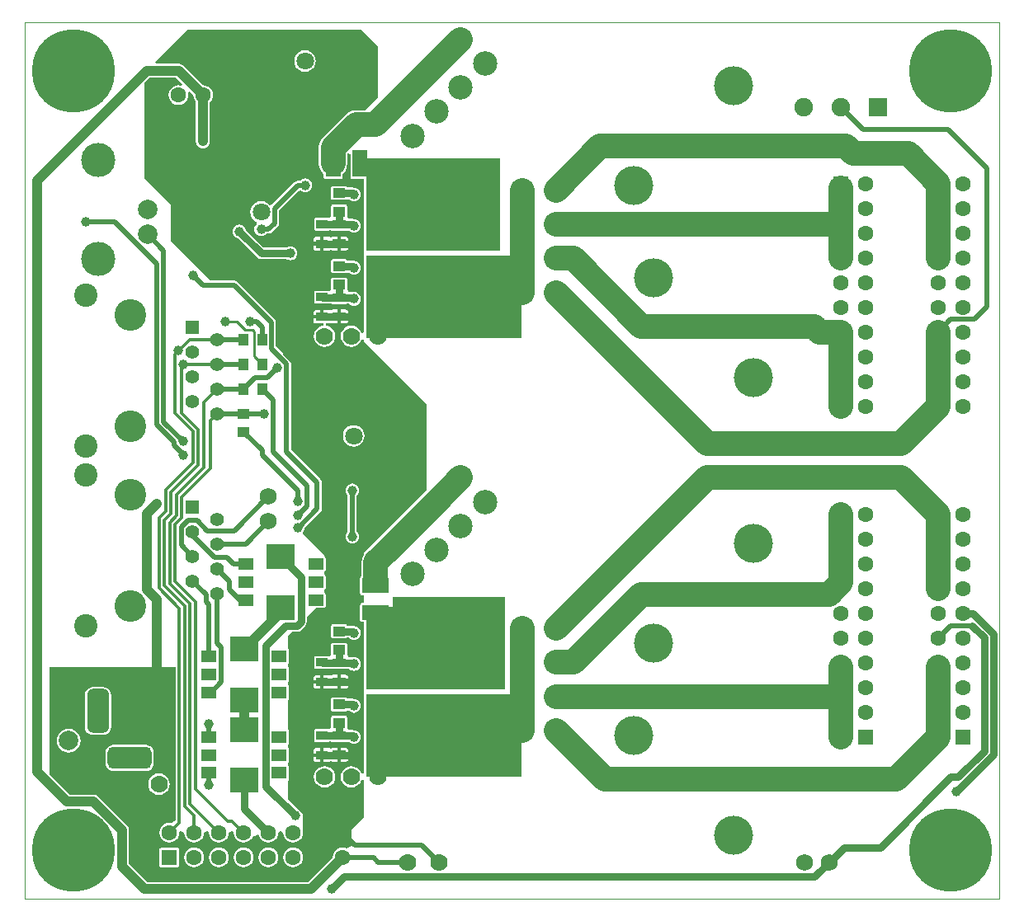
<source format=gtl>
G04 Layer_Physical_Order=1*
G04 Layer_Color=255*
%FSLAX25Y25*%
%MOIN*%
G70*
G01*
G75*
%ADD10R,0.05118X0.03937*%
%ADD11R,0.04921X0.03543*%
%ADD12R,0.03937X0.05118*%
%ADD13R,0.06299X0.04724*%
%ADD14R,0.11811X0.09842*%
%ADD15R,0.05315X0.03543*%
%ADD16R,0.06102X0.11024*%
%ADD17R,0.11024X0.06102*%
%ADD18C,0.02953*%
%ADD19C,0.01968*%
%ADD20C,0.01378*%
%ADD21C,0.03937*%
%ADD22C,0.09842*%
%ADD23C,0.00984*%
%ADD24R,0.45276X0.06890*%
%ADD25R,0.54134X0.37402*%
%ADD26R,0.62992X0.33465*%
%ADD27R,0.62992X0.33465*%
%ADD28R,0.56102X0.33465*%
%ADD29C,0.00394*%
%ADD30C,0.06890*%
%ADD31C,0.07000*%
%ADD32C,0.06299*%
%ADD33R,0.06299X0.06299*%
%ADD34C,0.07087*%
%ADD35C,0.15748*%
%ADD36C,0.07874*%
%ADD37C,0.12795*%
%ADD38C,0.09449*%
%ADD39C,0.05512*%
%ADD40R,0.05512X0.05512*%
%ADD41C,0.13780*%
%ADD42C,0.09842*%
G04:AMPARAMS|DCode=43|XSize=177.16mil|YSize=88.58mil|CornerRadius=22.15mil|HoleSize=0mil|Usage=FLASHONLY|Rotation=270.000|XOffset=0mil|YOffset=0mil|HoleType=Round|Shape=RoundedRectangle|*
%AMROUNDEDRECTD43*
21,1,0.17716,0.04429,0,0,270.0*
21,1,0.13287,0.08858,0,0,270.0*
1,1,0.04429,-0.02215,-0.06644*
1,1,0.04429,-0.02215,0.06644*
1,1,0.04429,0.02215,0.06644*
1,1,0.04429,0.02215,-0.06644*
%
%ADD43ROUNDEDRECTD43*%
G04:AMPARAMS|DCode=44|XSize=177.16mil|YSize=88.58mil|CornerRadius=22.15mil|HoleSize=0mil|Usage=FLASHONLY|Rotation=0.000|XOffset=0mil|YOffset=0mil|HoleType=Round|Shape=RoundedRectangle|*
%AMROUNDEDRECTD44*
21,1,0.17716,0.04429,0,0,0.0*
21,1,0.13287,0.08858,0,0,0.0*
1,1,0.04429,0.06644,-0.02215*
1,1,0.04429,-0.06644,-0.02215*
1,1,0.04429,-0.06644,0.02215*
1,1,0.04429,0.06644,0.02215*
%
%ADD44ROUNDEDRECTD44*%
G04:AMPARAMS|DCode=45|XSize=196.85mil|YSize=98.42mil|CornerRadius=24.61mil|HoleSize=0mil|Usage=FLASHONLY|Rotation=90.000|XOffset=0mil|YOffset=0mil|HoleType=Round|Shape=RoundedRectangle|*
%AMROUNDEDRECTD45*
21,1,0.19685,0.04921,0,0,90.0*
21,1,0.14764,0.09842,0,0,90.0*
1,1,0.04921,0.02461,0.07382*
1,1,0.04921,0.02461,-0.07382*
1,1,0.04921,-0.02461,-0.07382*
1,1,0.04921,-0.02461,0.07382*
%
%ADD45ROUNDEDRECTD45*%
%ADD46C,0.07480*%
%ADD47R,0.07480X0.07480*%
%ADD48R,0.06299X0.06299*%
%ADD49C,0.33465*%
%ADD50C,0.03937*%
%ADD51C,0.04000*%
G36*
X142717Y167323D02*
X142717Y146653D01*
X137660Y141597D01*
X133858D01*
X132364Y141400D01*
X130972Y140824D01*
X129777Y139907D01*
X120427Y130557D01*
X119510Y129362D01*
X118934Y127970D01*
X118737Y126476D01*
Y120079D01*
X118934Y118585D01*
X119510Y117193D01*
X120427Y115998D01*
X120641Y115834D01*
Y114567D01*
X120703Y114255D01*
X120880Y113990D01*
X121145Y113813D01*
X121457Y113751D01*
X127559D01*
X127871Y113813D01*
X128136Y113990D01*
X128313Y114255D01*
X128375Y114567D01*
Y115834D01*
X128588Y115998D01*
X129505Y117193D01*
X130082Y118585D01*
X130279Y120079D01*
Y123941D01*
X130680Y124260D01*
X131468Y123908D01*
Y114567D01*
X131530Y114255D01*
X131707Y113990D01*
X131971Y113813D01*
X132283Y113751D01*
X136811D01*
Y51643D01*
X136011Y51484D01*
X135646Y52365D01*
X134957Y53264D01*
X134058Y53953D01*
X133012Y54386D01*
X131890Y54534D01*
X130767Y54386D01*
X129721Y53953D01*
X128823Y53264D01*
X128134Y52365D01*
X127700Y51319D01*
X127553Y50197D01*
X127700Y49074D01*
X128134Y48028D01*
X128823Y47130D01*
X129721Y46441D01*
X130767Y46007D01*
X131890Y45860D01*
X133012Y46007D01*
X134058Y46441D01*
X134957Y47130D01*
X135646Y48028D01*
X136011Y48910D01*
X136811Y48751D01*
Y48228D01*
X162402Y22638D01*
Y-11811D01*
X136811Y-37402D01*
Y-38355D01*
X136735Y-38454D01*
X136158Y-39846D01*
X135962Y-41340D01*
Y-46874D01*
X135908Y-46884D01*
X135644Y-47061D01*
X135467Y-47326D01*
X135405Y-47638D01*
Y-53740D01*
X135467Y-54052D01*
X135644Y-54317D01*
X135908Y-54494D01*
X136221Y-54556D01*
X136811D01*
Y-57649D01*
X136221D01*
X135908Y-57711D01*
X135644Y-57888D01*
X135467Y-58152D01*
X135405Y-58465D01*
Y-64567D01*
X135467Y-64879D01*
X135644Y-65144D01*
X135908Y-65320D01*
X136221Y-65383D01*
X136811D01*
Y-126507D01*
X136011Y-126666D01*
X135646Y-125784D01*
X134957Y-124886D01*
X134058Y-124197D01*
X133012Y-123763D01*
X131890Y-123616D01*
X130767Y-123763D01*
X129721Y-124197D01*
X128823Y-124886D01*
X128134Y-125784D01*
X127700Y-126830D01*
X127553Y-127953D01*
X127700Y-129075D01*
X128134Y-130121D01*
X128823Y-131020D01*
X129721Y-131709D01*
X130767Y-132142D01*
X131890Y-132290D01*
X133012Y-132142D01*
X134058Y-131709D01*
X134957Y-131020D01*
X135646Y-130121D01*
X136011Y-129240D01*
X136811Y-129399D01*
Y-144355D01*
X131725Y-149441D01*
D01*
X131890Y-149606D01*
X131890Y-155771D01*
X131217Y-156331D01*
X129921Y-156889D01*
X129378Y-156664D01*
X128347Y-156528D01*
X127316Y-156664D01*
X126355Y-157062D01*
X125530Y-157695D01*
X124897Y-158520D01*
X124499Y-159481D01*
X124363Y-160512D01*
X124367Y-160542D01*
X114474Y-170436D01*
X49385D01*
X41978Y-163029D01*
Y-149403D01*
X41883Y-148680D01*
X41604Y-148007D01*
X41160Y-147428D01*
X29737Y-136005D01*
X29159Y-135561D01*
X28485Y-135282D01*
X27762Y-135187D01*
X18073D01*
X9843Y-126956D01*
Y-83661D01*
X60846D01*
Y-145282D01*
X60185Y-145904D01*
X59198Y-146640D01*
X58346Y-146528D01*
X57315Y-146664D01*
X56355Y-147062D01*
X55530Y-147695D01*
X54896Y-148520D01*
X54498Y-149481D01*
X54363Y-150512D01*
X54498Y-151543D01*
X54896Y-152504D01*
X55530Y-153329D01*
X56355Y-153962D01*
X57315Y-154360D01*
X58346Y-154496D01*
X59377Y-154360D01*
X60338Y-153962D01*
X61163Y-153329D01*
X61796Y-152504D01*
X62194Y-151543D01*
X62330Y-150512D01*
X62299Y-150278D01*
X62827Y-149877D01*
X63889Y-150316D01*
X64384Y-150676D01*
X64499Y-151543D01*
X64897Y-152504D01*
X65530Y-153329D01*
X66355Y-153962D01*
X67315Y-154360D01*
X68347Y-154496D01*
X69377Y-154360D01*
X70338Y-153962D01*
X71163Y-153329D01*
X71796Y-152504D01*
X72194Y-151543D01*
X72308Y-150676D01*
X72804Y-150316D01*
X73679Y-149955D01*
X74192Y-150373D01*
X74374Y-150596D01*
X74498Y-151543D01*
X74897Y-152504D01*
X75530Y-153329D01*
X76355Y-153962D01*
X77315Y-154360D01*
X78347Y-154496D01*
X79378Y-154360D01*
X80338Y-153962D01*
X81163Y-153329D01*
X81796Y-152504D01*
X82194Y-151543D01*
X82309Y-150676D01*
X82804Y-150316D01*
X83679Y-149955D01*
X84192Y-150373D01*
X84374Y-150596D01*
X84499Y-151543D01*
X84896Y-152504D01*
X85530Y-153329D01*
X86355Y-153962D01*
X87315Y-154360D01*
X88346Y-154496D01*
X89377Y-154360D01*
X90338Y-153962D01*
X91163Y-153329D01*
X91796Y-152504D01*
X91974Y-152075D01*
X93563Y-151412D01*
X94205Y-151350D01*
X94498Y-151543D01*
X94897Y-152504D01*
X95530Y-153329D01*
X96355Y-153962D01*
X97315Y-154360D01*
X98347Y-154496D01*
X99378Y-154360D01*
X100338Y-153962D01*
X101163Y-153329D01*
X101796Y-152504D01*
X102194Y-151543D01*
X102330Y-150512D01*
X103347Y-149704D01*
X104363Y-150512D01*
X104499Y-151543D01*
X104896Y-152504D01*
X105530Y-153329D01*
X106355Y-153962D01*
X107315Y-154360D01*
X108346Y-154496D01*
X109378Y-154360D01*
X110338Y-153962D01*
X111163Y-153329D01*
X111796Y-152504D01*
X112194Y-151543D01*
X112330Y-150512D01*
X112211Y-149606D01*
X112222Y-149441D01*
D01*
D01*
Y-142734D01*
X106299Y-136811D01*
Y-129439D01*
X106482Y-129317D01*
X106659Y-129052D01*
X106721Y-128740D01*
Y-124016D01*
X106659Y-123704D01*
X106482Y-123439D01*
X106299Y-123317D01*
Y-122156D01*
X106482Y-122034D01*
X106659Y-121769D01*
X106721Y-121457D01*
Y-116732D01*
X106659Y-116420D01*
X106482Y-116156D01*
X106299Y-116033D01*
Y-114872D01*
X106482Y-114750D01*
X106659Y-114485D01*
X106721Y-114173D01*
Y-109449D01*
X106659Y-109137D01*
X106482Y-108872D01*
X106299Y-108750D01*
Y-96959D01*
X106482Y-96837D01*
X106659Y-96572D01*
X106721Y-96260D01*
Y-91535D01*
X106659Y-91223D01*
X106482Y-90959D01*
X106299Y-90836D01*
Y-89675D01*
X106482Y-89553D01*
X106659Y-89289D01*
X106721Y-88976D01*
Y-84252D01*
X106659Y-83940D01*
X106482Y-83675D01*
X106299Y-83553D01*
Y-82392D01*
X106482Y-82270D01*
X106659Y-82005D01*
X106721Y-81693D01*
Y-76968D01*
X106659Y-76656D01*
X106482Y-76392D01*
X106299Y-76269D01*
Y-70866D01*
X107915Y-69250D01*
X109912D01*
X110800Y-69073D01*
X111553Y-68570D01*
X113170Y-66954D01*
X113673Y-66201D01*
X113849Y-65313D01*
Y-63316D01*
X117491Y-59674D01*
X120669D01*
X120981Y-59612D01*
X121246Y-59435D01*
X121423Y-59170D01*
X121485Y-58858D01*
Y-54134D01*
X121423Y-53822D01*
X121246Y-53557D01*
X121063Y-53435D01*
Y-52274D01*
X121246Y-52152D01*
X121423Y-51887D01*
X121485Y-51575D01*
Y-46850D01*
X121423Y-46538D01*
X121246Y-46274D01*
X121063Y-46151D01*
Y-44990D01*
X121246Y-44868D01*
X121423Y-44603D01*
X121485Y-44291D01*
Y-39567D01*
X121423Y-39255D01*
X121246Y-38990D01*
X121063Y-38868D01*
Y-38386D01*
X112206Y-29529D01*
X112230Y-29160D01*
X112674Y-28581D01*
X112953Y-27908D01*
X113035Y-27286D01*
X119397Y-20924D01*
X119397Y-20924D01*
X119791Y-20334D01*
X119929Y-19638D01*
Y-8858D01*
X119791Y-8162D01*
X119397Y-7572D01*
X119397Y-7572D01*
X107481Y4343D01*
Y38956D01*
X107343Y39652D01*
X106949Y40242D01*
X106949Y40242D01*
X104331Y42860D01*
Y43307D01*
X101418Y46219D01*
Y55913D01*
X101280Y56609D01*
X100886Y57199D01*
X100886Y57199D01*
X85932Y72153D01*
X85342Y72547D01*
X84646Y72685D01*
X84646Y72685D01*
X74952D01*
X59055Y88583D01*
Y103346D01*
X48228Y114173D01*
X48228Y152547D01*
X50369Y154688D01*
X61009D01*
X63561Y152135D01*
X63108Y151457D01*
X63039Y151486D01*
X62008Y151621D01*
X60977Y151486D01*
X60016Y151088D01*
X59191Y150455D01*
X58558Y149630D01*
X58160Y148669D01*
X58024Y147638D01*
X58160Y146607D01*
X58558Y145646D01*
X59191Y144821D01*
X60016Y144188D01*
X60977Y143790D01*
X62008Y143654D01*
X63039Y143790D01*
X64000Y144188D01*
X64825Y144821D01*
X65458Y145646D01*
X65856Y146607D01*
X65991Y147638D01*
X65856Y148669D01*
X65827Y148738D01*
X66505Y149191D01*
X68028Y147668D01*
X68024Y147638D01*
X68160Y146607D01*
X68558Y145646D01*
X69058Y144994D01*
Y128937D01*
X69153Y128214D01*
X69432Y127541D01*
X69876Y126962D01*
X70454Y126519D01*
X71128Y126240D01*
X71850Y126145D01*
X72573Y126240D01*
X73247Y126519D01*
X73825Y126962D01*
X74269Y127541D01*
X74548Y128214D01*
X74643Y128937D01*
Y144681D01*
X74825Y144821D01*
X75458Y145646D01*
X75856Y146607D01*
X75991Y147638D01*
X75856Y148669D01*
X75458Y149630D01*
X74825Y150455D01*
X74000Y151088D01*
X73039Y151486D01*
X72008Y151621D01*
X71977Y151618D01*
X64140Y159455D01*
X63562Y159899D01*
X62888Y160178D01*
X62165Y160273D01*
X53050D01*
X52744Y161012D01*
X59055Y167323D01*
X65945Y174213D01*
X135827D01*
X142717Y167323D01*
D02*
G37*
%LPC*%
G36*
X126279Y-116205D02*
X124311D01*
X123921Y-116282D01*
X123499Y-116487D01*
X122930Y-116381D01*
X122539Y-116303D01*
X120768D01*
Y-119095D01*
Y-121886D01*
X122539D01*
X122930Y-121808D01*
X123352Y-121604D01*
X123921Y-121710D01*
X124311Y-121787D01*
X126279D01*
Y-118996D01*
Y-116205D01*
D02*
G37*
G36*
X31742Y-91694D02*
X27313D01*
X26526Y-91797D01*
X25793Y-92101D01*
X25163Y-92584D01*
X24680Y-93214D01*
X24376Y-93947D01*
X24272Y-94734D01*
Y-108022D01*
X24376Y-108809D01*
X24680Y-109542D01*
X25163Y-110172D01*
X25793Y-110655D01*
X26526Y-110959D01*
X27313Y-111062D01*
X31742D01*
X32529Y-110959D01*
X33262Y-110655D01*
X33892Y-110172D01*
X34375Y-109542D01*
X34679Y-108809D01*
X34783Y-108022D01*
Y-94734D01*
X34679Y-93947D01*
X34375Y-93214D01*
X33892Y-92584D01*
X33262Y-92101D01*
X32529Y-91797D01*
X31742Y-91694D01*
D02*
G37*
G36*
X17717Y-108569D02*
X16480Y-108731D01*
X15328Y-109209D01*
X14338Y-109968D01*
X13579Y-110958D01*
X13101Y-112110D01*
X12939Y-113347D01*
X13101Y-114583D01*
X13579Y-115735D01*
X14338Y-116725D01*
X15328Y-117484D01*
X16480Y-117962D01*
X17717Y-118124D01*
X18953Y-117962D01*
X20106Y-117484D01*
X21095Y-116725D01*
X21854Y-115735D01*
X22332Y-114583D01*
X22494Y-113347D01*
X22332Y-112110D01*
X21854Y-110958D01*
X21095Y-109968D01*
X20106Y-109209D01*
X18953Y-108731D01*
X17717Y-108569D01*
D02*
G37*
G36*
X119390Y-116303D02*
X117618D01*
X117228Y-116381D01*
X116897Y-116602D01*
X116676Y-116933D01*
X116598Y-117323D01*
Y-118405D01*
X119390D01*
Y-116303D01*
D02*
G37*
G36*
X129626Y-116205D02*
X127657D01*
Y-118307D01*
X130646D01*
Y-117224D01*
X130568Y-116834D01*
X130347Y-116503D01*
X130016Y-116282D01*
X129626Y-116205D01*
D02*
G37*
G36*
X130646Y-90158D02*
X127657D01*
Y-92260D01*
X129626D01*
X130016Y-92182D01*
X130347Y-91961D01*
X130568Y-91630D01*
X130646Y-91240D01*
Y-90158D01*
D02*
G37*
G36*
X119390Y-86776D02*
X117618D01*
X117228Y-86853D01*
X116897Y-87074D01*
X116676Y-87405D01*
X116598Y-87795D01*
Y-88878D01*
X119390D01*
Y-86776D01*
D02*
G37*
G36*
Y-90256D02*
X116598D01*
Y-91339D01*
X116676Y-91729D01*
X116897Y-92059D01*
X117228Y-92281D01*
X117618Y-92358D01*
X119390D01*
Y-90256D01*
D02*
G37*
G36*
X129527Y-103318D02*
X124409D01*
X124097Y-103380D01*
X123833Y-103557D01*
X123656Y-103822D01*
X123594Y-104134D01*
Y-108071D01*
X123619Y-108198D01*
X123558Y-108314D01*
X122852Y-108695D01*
X122539Y-108633D01*
X117618D01*
X117306Y-108695D01*
X117041Y-108872D01*
X116865Y-109137D01*
X116802Y-109449D01*
Y-112992D01*
X116865Y-113304D01*
X117041Y-113569D01*
X117306Y-113746D01*
X117618Y-113808D01*
X122539D01*
X122852Y-113746D01*
X123010Y-113640D01*
X123716D01*
X123734Y-113667D01*
X123999Y-113844D01*
X124311Y-113906D01*
X129626D01*
X129938Y-113844D01*
X130203Y-113667D01*
X130926Y-113885D01*
X131478Y-114308D01*
X132151Y-114587D01*
X132874Y-114682D01*
X133597Y-114587D01*
X134270Y-114308D01*
X134848Y-113864D01*
X135292Y-113286D01*
X135571Y-112612D01*
X135666Y-111890D01*
X135571Y-111167D01*
X135292Y-110494D01*
X134848Y-109915D01*
X134270Y-109471D01*
X133597Y-109193D01*
X132874Y-109097D01*
X132831Y-109103D01*
X132303Y-108998D01*
X130832D01*
X130642Y-108786D01*
X130318Y-108198D01*
X130343Y-108071D01*
Y-104134D01*
X130281Y-103822D01*
X130104Y-103557D01*
X129840Y-103380D01*
X129527Y-103318D01*
D02*
G37*
G36*
Y-95838D02*
X124409D01*
X124097Y-95900D01*
X123833Y-96077D01*
X123656Y-96341D01*
X123594Y-96653D01*
Y-100591D01*
X123656Y-100903D01*
X123833Y-101167D01*
X124097Y-101344D01*
X124409Y-101406D01*
X129527D01*
X129840Y-101344D01*
X130104Y-101167D01*
X130835Y-101258D01*
X130938Y-101295D01*
X131478Y-101710D01*
X132151Y-101989D01*
X132874Y-102084D01*
X133597Y-101989D01*
X134270Y-101710D01*
X134848Y-101266D01*
X135292Y-100688D01*
X135571Y-100014D01*
X135666Y-99291D01*
X135571Y-98569D01*
X135292Y-97895D01*
X134848Y-97317D01*
X134270Y-96873D01*
X133597Y-96594D01*
X133186Y-96540D01*
X133093Y-96478D01*
X132205Y-96301D01*
X130254D01*
X130104Y-96077D01*
X129840Y-95900D01*
X129527Y-95838D01*
D02*
G37*
G36*
X130646Y-119685D02*
X127657D01*
Y-121787D01*
X129626D01*
X130016Y-121710D01*
X130347Y-121489D01*
X130568Y-121158D01*
X130646Y-120768D01*
Y-119685D01*
D02*
G37*
G36*
X98347Y-156528D02*
X97315Y-156664D01*
X96355Y-157062D01*
X95530Y-157695D01*
X94897Y-158520D01*
X94498Y-159481D01*
X94363Y-160512D01*
X94498Y-161543D01*
X94897Y-162504D01*
X95530Y-163329D01*
X96355Y-163962D01*
X97315Y-164360D01*
X98347Y-164496D01*
X99378Y-164360D01*
X100338Y-163962D01*
X101163Y-163329D01*
X101796Y-162504D01*
X102194Y-161543D01*
X102330Y-160512D01*
X102194Y-159481D01*
X101796Y-158520D01*
X101163Y-157695D01*
X100338Y-157062D01*
X99378Y-156664D01*
X98347Y-156528D01*
D02*
G37*
G36*
X108346D02*
X107315Y-156664D01*
X106355Y-157062D01*
X105530Y-157695D01*
X104896Y-158520D01*
X104499Y-159481D01*
X104363Y-160512D01*
X104499Y-161543D01*
X104896Y-162504D01*
X105530Y-163329D01*
X106355Y-163962D01*
X107315Y-164360D01*
X108346Y-164496D01*
X109378Y-164360D01*
X110338Y-163962D01*
X111163Y-163329D01*
X111796Y-162504D01*
X112194Y-161543D01*
X112330Y-160512D01*
X112194Y-159481D01*
X111796Y-158520D01*
X111163Y-157695D01*
X110338Y-157062D01*
X109378Y-156664D01*
X108346Y-156528D01*
D02*
G37*
G36*
X88346D02*
X87315Y-156664D01*
X86355Y-157062D01*
X85530Y-157695D01*
X84896Y-158520D01*
X84499Y-159481D01*
X84363Y-160512D01*
X84499Y-161543D01*
X84896Y-162504D01*
X85530Y-163329D01*
X86355Y-163962D01*
X87315Y-164360D01*
X88346Y-164496D01*
X89377Y-164360D01*
X90338Y-163962D01*
X91163Y-163329D01*
X91796Y-162504D01*
X92194Y-161543D01*
X92330Y-160512D01*
X92194Y-159481D01*
X91796Y-158520D01*
X91163Y-157695D01*
X90338Y-157062D01*
X89377Y-156664D01*
X88346Y-156528D01*
D02*
G37*
G36*
X68347D02*
X67315Y-156664D01*
X66355Y-157062D01*
X65530Y-157695D01*
X64897Y-158520D01*
X64499Y-159481D01*
X64363Y-160512D01*
X64499Y-161543D01*
X64897Y-162504D01*
X65530Y-163329D01*
X66355Y-163962D01*
X67315Y-164360D01*
X68347Y-164496D01*
X69377Y-164360D01*
X70338Y-163962D01*
X71163Y-163329D01*
X71796Y-162504D01*
X72194Y-161543D01*
X72330Y-160512D01*
X72194Y-159481D01*
X71796Y-158520D01*
X71163Y-157695D01*
X70338Y-157062D01*
X69377Y-156664D01*
X68347Y-156528D01*
D02*
G37*
G36*
X78347D02*
X77315Y-156664D01*
X76355Y-157062D01*
X75530Y-157695D01*
X74897Y-158520D01*
X74498Y-159481D01*
X74363Y-160512D01*
X74498Y-161543D01*
X74897Y-162504D01*
X75530Y-163329D01*
X76355Y-163962D01*
X77315Y-164360D01*
X78347Y-164496D01*
X79378Y-164360D01*
X80338Y-163962D01*
X81163Y-163329D01*
X81796Y-162504D01*
X82194Y-161543D01*
X82330Y-160512D01*
X82194Y-159481D01*
X81796Y-158520D01*
X81163Y-157695D01*
X80338Y-157062D01*
X79378Y-156664D01*
X78347Y-156528D01*
D02*
G37*
G36*
X48967Y-115021D02*
X35679D01*
X34892Y-115124D01*
X34159Y-115428D01*
X33529Y-115911D01*
X33046Y-116541D01*
X32742Y-117274D01*
X32639Y-118061D01*
Y-122490D01*
X32742Y-123277D01*
X33046Y-124010D01*
X33529Y-124640D01*
X34159Y-125123D01*
X34892Y-125427D01*
X35679Y-125531D01*
X48967D01*
X49753Y-125427D01*
X50487Y-125123D01*
X51117Y-124640D01*
X51600Y-124010D01*
X51903Y-123277D01*
X52007Y-122490D01*
Y-118061D01*
X51903Y-117274D01*
X51600Y-116541D01*
X51117Y-115911D01*
X50487Y-115428D01*
X49753Y-115124D01*
X48967Y-115021D01*
D02*
G37*
G36*
X119390Y-119783D02*
X116598D01*
Y-120866D01*
X116676Y-121256D01*
X116897Y-121587D01*
X117228Y-121808D01*
X117618Y-121886D01*
X119390D01*
Y-119783D01*
D02*
G37*
G36*
X121063Y-123616D02*
X119940Y-123763D01*
X118894Y-124197D01*
X117996Y-124886D01*
X117307Y-125784D01*
X116874Y-126830D01*
X116726Y-127953D01*
X116874Y-129075D01*
X117307Y-130121D01*
X117996Y-131020D01*
X118894Y-131709D01*
X119940Y-132142D01*
X121063Y-132290D01*
X122186Y-132142D01*
X123231Y-131709D01*
X124130Y-131020D01*
X124819Y-130121D01*
X125252Y-129075D01*
X125400Y-127953D01*
X125252Y-126830D01*
X124819Y-125784D01*
X124130Y-124886D01*
X123231Y-124197D01*
X122186Y-123763D01*
X121063Y-123616D01*
D02*
G37*
G36*
X61496Y-156546D02*
X55197D01*
X54885Y-156609D01*
X54620Y-156785D01*
X54443Y-157050D01*
X54381Y-157362D01*
Y-163661D01*
X54443Y-163973D01*
X54620Y-164238D01*
X54885Y-164415D01*
X55197Y-164477D01*
X61496D01*
X61808Y-164415D01*
X62073Y-164238D01*
X62250Y-163973D01*
X62312Y-163661D01*
Y-157362D01*
X62250Y-157050D01*
X62073Y-156785D01*
X61808Y-156609D01*
X61496Y-156546D01*
D02*
G37*
G36*
X54134Y-126568D02*
X53011Y-126716D01*
X51965Y-127149D01*
X51067Y-127839D01*
X50378Y-128737D01*
X49944Y-129783D01*
X49797Y-130905D01*
X49944Y-132028D01*
X50378Y-133074D01*
X51067Y-133972D01*
X51965Y-134662D01*
X53011Y-135095D01*
X54134Y-135243D01*
X55256Y-135095D01*
X56302Y-134662D01*
X57201Y-133972D01*
X57890Y-133074D01*
X58323Y-132028D01*
X58471Y-130905D01*
X58323Y-129783D01*
X57890Y-128737D01*
X57201Y-127839D01*
X56302Y-127149D01*
X55256Y-126716D01*
X54134Y-126568D01*
D02*
G37*
G36*
X129626Y-86677D02*
X127657D01*
Y-88779D01*
X130646D01*
Y-87697D01*
X130568Y-87307D01*
X130347Y-86976D01*
X130016Y-86755D01*
X129626Y-86677D01*
D02*
G37*
G36*
X119390Y90390D02*
X117618D01*
X117228Y90312D01*
X116897Y90091D01*
X116676Y89760D01*
X116598Y89370D01*
Y88287D01*
X119390D01*
Y90390D01*
D02*
G37*
G36*
X129626Y90488D02*
X127657D01*
Y88386D01*
X130646D01*
Y89468D01*
X130568Y89859D01*
X130347Y90189D01*
X130016Y90411D01*
X129626Y90488D01*
D02*
G37*
G36*
X130646Y87008D02*
X127657D01*
Y84906D01*
X129626D01*
X130016Y84983D01*
X130347Y85204D01*
X130568Y85535D01*
X130646Y85925D01*
Y87008D01*
D02*
G37*
G36*
X86614Y95312D02*
X85891Y95217D01*
X85218Y94938D01*
X84640Y94494D01*
X84196Y93916D01*
X83917Y93242D01*
X83822Y92520D01*
X83917Y91797D01*
X84196Y91123D01*
X84640Y90545D01*
X85218Y90101D01*
X85891Y89823D01*
X86050Y89802D01*
X93831Y82020D01*
X94584Y81517D01*
X95472Y81340D01*
X105761D01*
X105887Y81243D01*
X106561Y80964D01*
X107283Y80869D01*
X108006Y80964D01*
X108680Y81243D01*
X109258Y81687D01*
X109702Y82265D01*
X109981Y82939D01*
X110076Y83661D01*
X109981Y84384D01*
X109702Y85058D01*
X109258Y85636D01*
X108680Y86080D01*
X108006Y86359D01*
X107283Y86454D01*
X106561Y86359D01*
X105887Y86080D01*
X105761Y85982D01*
X96434D01*
X89332Y93084D01*
X89311Y93242D01*
X89032Y93916D01*
X88589Y94494D01*
X88010Y94938D01*
X87337Y95217D01*
X86614Y95312D01*
D02*
G37*
G36*
X119390Y86910D02*
X116598D01*
Y85827D01*
X116676Y85437D01*
X116897Y85106D01*
X117228Y84885D01*
X117618Y84807D01*
X119390D01*
Y86910D01*
D02*
G37*
G36*
X113189Y114013D02*
X112466Y113918D01*
X111793Y113639D01*
X111214Y113195D01*
X111095Y113040D01*
X110236D01*
X110236Y113040D01*
X109540Y112901D01*
X108950Y112507D01*
X99733Y103290D01*
X98777Y103222D01*
X98570Y103491D01*
X97663Y104188D01*
X96606Y104625D01*
X95472Y104774D01*
X94339Y104625D01*
X93282Y104188D01*
X92375Y103491D01*
X91679Y102584D01*
X91241Y101528D01*
X91092Y100394D01*
X91241Y99260D01*
X91679Y98203D01*
X92375Y97296D01*
X93282Y96600D01*
X93518Y96502D01*
X93638Y95586D01*
X93498Y95478D01*
X93054Y94900D01*
X92775Y94227D01*
X92680Y93504D01*
X92775Y92781D01*
X93054Y92108D01*
X93498Y91529D01*
X94076Y91086D01*
X94750Y90807D01*
X95472Y90711D01*
X96195Y90807D01*
X96869Y91086D01*
X97447Y91529D01*
X97566Y91685D01*
X98425D01*
X98425Y91685D01*
X99121Y91823D01*
X99712Y92218D01*
X102086Y94592D01*
X102086Y94592D01*
X102481Y95183D01*
X102619Y95879D01*
Y101031D01*
X110479Y108890D01*
X111214Y109246D01*
X111793Y108802D01*
X112466Y108523D01*
X113189Y108428D01*
X113912Y108523D01*
X114585Y108802D01*
X115164Y109246D01*
X115607Y109824D01*
X115886Y110498D01*
X115981Y111221D01*
X115886Y111943D01*
X115607Y112617D01*
X115164Y113195D01*
X114585Y113639D01*
X113912Y113918D01*
X113189Y114013D01*
D02*
G37*
G36*
Y165798D02*
X112055Y165649D01*
X110999Y165211D01*
X110091Y164515D01*
X109395Y163608D01*
X108958Y162551D01*
X108808Y161417D01*
X108958Y160284D01*
X109395Y159227D01*
X110091Y158320D01*
X110999Y157624D01*
X112055Y157186D01*
X113189Y157036D01*
X114323Y157186D01*
X115379Y157624D01*
X116287Y158320D01*
X116983Y159227D01*
X117420Y160284D01*
X117570Y161417D01*
X117420Y162551D01*
X116983Y163608D01*
X116287Y164515D01*
X115379Y165211D01*
X114323Y165649D01*
X113189Y165798D01*
D02*
G37*
G36*
X129527Y110855D02*
X124409D01*
X124097Y110793D01*
X123833Y110616D01*
X123656Y110352D01*
X123594Y110039D01*
Y106102D01*
X123656Y105790D01*
X123833Y105526D01*
X124097Y105349D01*
X124409Y105287D01*
X129527D01*
X129840Y105349D01*
X130104Y105526D01*
X130835Y105435D01*
X130938Y105398D01*
X131478Y104983D01*
X132151Y104704D01*
X132874Y104609D01*
X133597Y104704D01*
X134270Y104983D01*
X134848Y105427D01*
X135292Y106005D01*
X135571Y106679D01*
X135666Y107402D01*
X135571Y108124D01*
X135292Y108798D01*
X134848Y109376D01*
X134270Y109820D01*
X133597Y110099D01*
X133186Y110153D01*
X133093Y110215D01*
X132205Y110392D01*
X130254D01*
X130104Y110616D01*
X129840Y110793D01*
X129527Y110855D01*
D02*
G37*
G36*
X126279Y90488D02*
X124311D01*
X123921Y90411D01*
X123499Y90206D01*
X122930Y90312D01*
X122539Y90390D01*
X120768D01*
Y87598D01*
Y84807D01*
X122539D01*
X122930Y84885D01*
X123352Y85089D01*
X123921Y84983D01*
X124311Y84906D01*
X126279D01*
Y87697D01*
Y90488D01*
D02*
G37*
G36*
X129527Y103375D02*
X124409D01*
X124097Y103313D01*
X123833Y103136D01*
X123656Y102871D01*
X123594Y102559D01*
Y98622D01*
X123619Y98495D01*
X123558Y98378D01*
X122852Y97998D01*
X122539Y98060D01*
X117618D01*
X117306Y97998D01*
X117041Y97821D01*
X116865Y97556D01*
X116802Y97244D01*
Y93701D01*
X116865Y93389D01*
X117041Y93124D01*
X117306Y92947D01*
X117618Y92885D01*
X122539D01*
X122852Y92947D01*
X123010Y93053D01*
X123716D01*
X123734Y93026D01*
X123999Y92849D01*
X124311Y92787D01*
X129626D01*
X129938Y92849D01*
X130203Y93026D01*
X130926Y92808D01*
X131478Y92385D01*
X132151Y92106D01*
X132874Y92011D01*
X133597Y92106D01*
X134270Y92385D01*
X134848Y92829D01*
X135292Y93407D01*
X135571Y94080D01*
X135666Y94803D01*
X135571Y95526D01*
X135292Y96199D01*
X134848Y96778D01*
X134270Y97221D01*
X133597Y97500D01*
X132874Y97596D01*
X132831Y97590D01*
X132303Y97695D01*
X130832D01*
X130642Y97907D01*
X130318Y98495D01*
X130343Y98622D01*
Y102559D01*
X130281Y102871D01*
X130104Y103136D01*
X129840Y103313D01*
X129527Y103375D01*
D02*
G37*
G36*
Y81327D02*
X124409D01*
X124097Y81265D01*
X123833Y81089D01*
X123656Y80824D01*
X123594Y80512D01*
Y76575D01*
X123656Y76263D01*
X123833Y75998D01*
X124097Y75821D01*
X124409Y75759D01*
X129527D01*
X129840Y75821D01*
X130104Y75998D01*
X130835Y75907D01*
X130938Y75870D01*
X131478Y75456D01*
X132151Y75177D01*
X132874Y75082D01*
X133597Y75177D01*
X134270Y75456D01*
X134848Y75899D01*
X135292Y76478D01*
X135571Y77151D01*
X135666Y77874D01*
X135571Y78597D01*
X135292Y79270D01*
X134848Y79849D01*
X134270Y80292D01*
X133597Y80571D01*
X133186Y80625D01*
X133093Y80688D01*
X132205Y80864D01*
X130254D01*
X130104Y81089D01*
X129840Y81265D01*
X129527Y81327D01*
D02*
G37*
G36*
X132264Y-9393D02*
X131541Y-9488D01*
X130868Y-9767D01*
X130289Y-10210D01*
X129845Y-10789D01*
X129567Y-11462D01*
X129471Y-12185D01*
X129567Y-12908D01*
X129845Y-13581D01*
X130289Y-14160D01*
X130445Y-14279D01*
Y-28792D01*
X130289Y-28911D01*
X129845Y-29490D01*
X129567Y-30163D01*
X129471Y-30886D01*
X129567Y-31609D01*
X129845Y-32282D01*
X130289Y-32860D01*
X130868Y-33304D01*
X131541Y-33583D01*
X132264Y-33678D01*
X132986Y-33583D01*
X133660Y-33304D01*
X134238Y-32860D01*
X134682Y-32282D01*
X134961Y-31609D01*
X135056Y-30886D01*
X134961Y-30163D01*
X134682Y-29490D01*
X134238Y-28911D01*
X134083Y-28792D01*
Y-14279D01*
X134238Y-14160D01*
X134682Y-13581D01*
X134961Y-12908D01*
X135056Y-12185D01*
X134961Y-11462D01*
X134682Y-10789D01*
X134238Y-10210D01*
X133660Y-9767D01*
X132986Y-9488D01*
X132264Y-9393D01*
D02*
G37*
G36*
X132874Y14223D02*
X131740Y14074D01*
X130684Y13636D01*
X129776Y12940D01*
X129080Y12033D01*
X128642Y10976D01*
X128493Y9843D01*
X128642Y8709D01*
X129080Y7652D01*
X129776Y6745D01*
X130684Y6049D01*
X131740Y5611D01*
X132874Y5462D01*
X134008Y5611D01*
X135064Y6049D01*
X135972Y6745D01*
X136668Y7652D01*
X137106Y8709D01*
X137255Y9843D01*
X137106Y10976D01*
X136668Y12033D01*
X135972Y12940D01*
X135064Y13636D01*
X134008Y14074D01*
X132874Y14223D01*
D02*
G37*
G36*
X129527Y-66310D02*
X124409D01*
X124097Y-66372D01*
X123833Y-66549D01*
X123656Y-66814D01*
X123594Y-67126D01*
Y-71063D01*
X123656Y-71375D01*
X123833Y-71640D01*
X124097Y-71817D01*
X124409Y-71879D01*
X129527D01*
X129840Y-71817D01*
X130104Y-71640D01*
X130835Y-71730D01*
X130938Y-71768D01*
X131478Y-72182D01*
X132151Y-72461D01*
X132874Y-72556D01*
X133597Y-72461D01*
X134270Y-72182D01*
X134848Y-71738D01*
X135292Y-71160D01*
X135571Y-70486D01*
X135666Y-69764D01*
X135571Y-69041D01*
X135292Y-68368D01*
X134848Y-67789D01*
X134270Y-67345D01*
X133597Y-67067D01*
X133186Y-67013D01*
X133093Y-66950D01*
X132205Y-66773D01*
X130254D01*
X130104Y-66549D01*
X129840Y-66372D01*
X129527Y-66310D01*
D02*
G37*
G36*
X126279Y-86677D02*
X124311D01*
X123921Y-86755D01*
X123499Y-86959D01*
X122930Y-86853D01*
X122539Y-86776D01*
X120768D01*
Y-89567D01*
Y-92358D01*
X122539D01*
X122930Y-92281D01*
X123352Y-92076D01*
X123921Y-92182D01*
X124311Y-92260D01*
X126279D01*
Y-89468D01*
Y-86677D01*
D02*
G37*
G36*
X129527Y-73791D02*
X124409D01*
X124097Y-73853D01*
X123833Y-74029D01*
X123656Y-74294D01*
X123594Y-74606D01*
Y-78543D01*
X123619Y-78670D01*
X123558Y-78787D01*
X122852Y-79168D01*
X122539Y-79106D01*
X117618D01*
X117306Y-79168D01*
X117041Y-79344D01*
X116865Y-79609D01*
X116802Y-79921D01*
Y-83465D01*
X116865Y-83777D01*
X117041Y-84041D01*
X117306Y-84218D01*
X117618Y-84280D01*
X122539D01*
X122852Y-84218D01*
X123010Y-84112D01*
X123716D01*
X123734Y-84140D01*
X123999Y-84317D01*
X124311Y-84379D01*
X129626D01*
X129938Y-84317D01*
X130203Y-84140D01*
X130926Y-84357D01*
X131478Y-84781D01*
X132151Y-85059D01*
X132874Y-85155D01*
X133597Y-85059D01*
X134270Y-84781D01*
X134848Y-84337D01*
X135292Y-83758D01*
X135571Y-83085D01*
X135666Y-82362D01*
X135571Y-81639D01*
X135292Y-80966D01*
X134848Y-80388D01*
X134270Y-79944D01*
X133597Y-79665D01*
X132874Y-79570D01*
X132831Y-79575D01*
X132303Y-79470D01*
X130832D01*
X130642Y-79258D01*
X130318Y-78670D01*
X130343Y-78543D01*
Y-74606D01*
X130281Y-74294D01*
X130104Y-74029D01*
X129840Y-73853D01*
X129527Y-73791D01*
D02*
G37*
G36*
X126279Y60961D02*
X124311D01*
X123921Y60883D01*
X123499Y60679D01*
X122930Y60785D01*
X122539Y60862D01*
X120768D01*
Y58071D01*
X120079D01*
Y57382D01*
X116598D01*
Y56299D01*
X116676Y55909D01*
X116897Y55578D01*
X117228Y55357D01*
X117618Y55280D01*
X120598D01*
X120650Y54480D01*
X119940Y54386D01*
X118894Y53953D01*
X117996Y53264D01*
X117307Y52365D01*
X116874Y51319D01*
X116726Y50197D01*
X116874Y49074D01*
X117307Y48028D01*
X117996Y47130D01*
X118894Y46441D01*
X119940Y46007D01*
X121063Y45860D01*
X122186Y46007D01*
X123231Y46441D01*
X124130Y47130D01*
X124819Y48028D01*
X125252Y49074D01*
X125400Y50197D01*
X125252Y51319D01*
X124819Y52365D01*
X124130Y53264D01*
X123231Y53953D01*
X122186Y54386D01*
X121476Y54480D01*
X121528Y55280D01*
X122539D01*
X122930Y55357D01*
X123352Y55561D01*
X123921Y55456D01*
X124311Y55378D01*
X126279D01*
Y58169D01*
Y60961D01*
D02*
G37*
G36*
X129527Y73847D02*
X124409D01*
X124097Y73785D01*
X123833Y73608D01*
X123656Y73344D01*
X123594Y73032D01*
Y69095D01*
X123619Y68967D01*
X123558Y68851D01*
X122852Y68470D01*
X122539Y68532D01*
X117618D01*
X117306Y68470D01*
X117041Y68293D01*
X116865Y68029D01*
X116802Y67716D01*
Y64173D01*
X116865Y63861D01*
X117041Y63596D01*
X117306Y63420D01*
X117618Y63358D01*
X122539D01*
X122852Y63420D01*
X123010Y63525D01*
X123716D01*
X123734Y63498D01*
X123999Y63321D01*
X124311Y63259D01*
X129626D01*
X129938Y63321D01*
X130203Y63498D01*
X130926Y63281D01*
X131478Y62857D01*
X132151Y62578D01*
X132874Y62483D01*
X133597Y62578D01*
X134270Y62857D01*
X134848Y63301D01*
X135292Y63879D01*
X135571Y64553D01*
X135666Y65276D01*
X135571Y65998D01*
X135292Y66672D01*
X134848Y67250D01*
X134270Y67694D01*
X133597Y67973D01*
X132874Y68068D01*
X132831Y68062D01*
X132303Y68167D01*
X130832D01*
X130642Y68380D01*
X130318Y68967D01*
X130343Y69095D01*
Y73032D01*
X130281Y73344D01*
X130104Y73608D01*
X129840Y73785D01*
X129527Y73847D01*
D02*
G37*
G36*
X129626Y60961D02*
X127657D01*
Y58858D01*
X130646D01*
Y59941D01*
X130568Y60331D01*
X130347Y60662D01*
X130016Y60883D01*
X129626Y60961D01*
D02*
G37*
G36*
X130646Y57480D02*
X127657D01*
Y55378D01*
X129626D01*
X130016Y55456D01*
X130347Y55677D01*
X130568Y56007D01*
X130646Y56398D01*
Y57480D01*
D02*
G37*
G36*
X119390Y60862D02*
X117618D01*
X117228Y60785D01*
X116897Y60563D01*
X116676Y60233D01*
X116598Y59842D01*
Y58760D01*
X119390D01*
Y60862D01*
D02*
G37*
%LPD*%
D10*
X126969Y108071D02*
D03*
Y100591D02*
D03*
X88366Y11437D02*
D03*
Y18917D02*
D03*
X126969Y-69095D02*
D03*
Y-76575D02*
D03*
Y78543D02*
D03*
Y71063D02*
D03*
Y-98622D02*
D03*
Y-106102D02*
D03*
D11*
X120079Y87598D02*
D03*
Y95472D02*
D03*
Y58071D02*
D03*
Y65945D02*
D03*
Y-89567D02*
D03*
Y-81693D02*
D03*
Y-119095D02*
D03*
Y-111221D02*
D03*
D12*
X95846Y28917D02*
D03*
X88366D02*
D03*
X95846Y38917D02*
D03*
X88366D02*
D03*
X95846Y48917D02*
D03*
X88366D02*
D03*
D13*
X89173Y-41929D02*
D03*
Y-56496D02*
D03*
X117520D02*
D03*
Y-41929D02*
D03*
X89173Y-49213D02*
D03*
X117520D02*
D03*
X74410Y-111811D02*
D03*
Y-126378D02*
D03*
X102756D02*
D03*
Y-111811D02*
D03*
X74410Y-119095D02*
D03*
X102756D02*
D03*
X74410Y-79331D02*
D03*
Y-93898D02*
D03*
X102756D02*
D03*
Y-79331D02*
D03*
X74410Y-86614D02*
D03*
X102756D02*
D03*
D14*
X103347Y-59449D02*
D03*
Y-38976D02*
D03*
X88583Y-129331D02*
D03*
Y-108858D02*
D03*
Y-96850D02*
D03*
Y-76378D02*
D03*
D15*
X126969Y58169D02*
D03*
Y65847D02*
D03*
Y-118996D02*
D03*
Y-111319D02*
D03*
Y87697D02*
D03*
Y95374D02*
D03*
Y-89468D02*
D03*
Y-81791D02*
D03*
D16*
X124508Y120079D02*
D03*
X135335D02*
D03*
D17*
X141732Y-50689D02*
D03*
Y-61516D02*
D03*
D18*
X120079Y87598D02*
X131890D01*
X120079Y58071D02*
X131890D01*
X120079Y-89567D02*
X131890D01*
X120079Y-119095D02*
X131890D01*
X382685Y-66929D02*
X387487Y-71732D01*
Y-117434D02*
Y-71732D01*
X391240Y-118988D02*
Y-70177D01*
X382992Y-61929D02*
X391240Y-70177D01*
X379016Y-61929D02*
X382992D01*
X376969Y-127953D02*
X387487Y-117434D01*
X376370Y-133858D02*
X391240Y-118988D01*
X53149Y-100394D02*
X54134Y-101378D01*
X128937Y-168307D02*
X318976D01*
X324882Y-162402D01*
X345472Y-156496D02*
X374016Y-127953D01*
X324882Y-162402D02*
X330787Y-156496D01*
X345472D01*
X124016Y-173228D02*
X128937Y-168307D01*
X97330Y-131822D02*
X109209Y-143701D01*
X97330Y-131822D02*
Y-74765D01*
X105165Y-66929D01*
X109912D01*
X86614Y92520D02*
X95472Y83661D01*
X107283D01*
X126969Y95374D02*
Y100591D01*
Y65847D02*
Y71063D01*
Y95374D02*
X132303D01*
X132874Y94803D01*
X126969Y108071D02*
X132205D01*
X132874Y107402D01*
X126969Y65847D02*
X132303D01*
X126969Y78543D02*
X132205D01*
X132874Y77874D01*
X131890Y87598D02*
X132874Y88583D01*
X120177Y95374D02*
X126969D01*
X120079Y95472D02*
X120177Y95374D01*
Y65847D02*
X126969D01*
X120079Y65945D02*
X120177Y65847D01*
X103347Y-38976D02*
X111528Y-47158D01*
Y-65313D02*
Y-47158D01*
X109912Y-66929D02*
X111528Y-65313D01*
X374016Y-127953D02*
X376969D01*
X126969Y-81791D02*
Y-76575D01*
Y-69095D02*
X132205D01*
X126969Y-81791D02*
X132303D01*
X126969Y-111319D02*
X132303D01*
X126969Y-98622D02*
X132205D01*
X126969Y-111319D02*
Y-106102D01*
X120177Y-81791D02*
X126969D01*
X120079Y-81693D02*
X120177Y-81791D01*
Y-111319D02*
X126969D01*
X120079Y-111221D02*
X120177Y-111319D01*
X132205Y-98622D02*
X132874Y-99291D01*
X131890Y-89567D02*
X132874Y-88583D01*
X132303Y-81791D02*
X132874Y-82362D01*
X132205Y-69095D02*
X132874Y-69764D01*
X98249Y-150512D02*
X98347D01*
X88583Y-140846D02*
X98249Y-150512D01*
X88583Y-140846D02*
Y-129331D01*
D19*
X95472Y93504D02*
X98425D01*
X100800Y95879D01*
X105662Y3590D02*
X118110Y-8858D01*
X374016Y-66929D02*
X382685D01*
X110236Y-16732D02*
Y-12165D01*
X95846Y2224D02*
X110236Y-12165D01*
X84646Y70866D02*
X99599Y55913D01*
X105662Y3590D02*
Y38956D01*
X99599Y45019D02*
X105662Y38956D01*
X99599Y45019D02*
Y55913D01*
X160433Y-155512D02*
X167323Y-162402D01*
X133347Y-155512D02*
X160433D01*
X128347Y-150512D02*
X133347Y-155512D01*
X142717Y-162402D02*
X154528D01*
X140827Y-160512D02*
X142717Y-162402D01*
X128347Y-160512D02*
X140827D01*
X67913Y74803D02*
X71850Y70866D01*
X84646D01*
X97973Y33465D02*
X101909Y37402D01*
X91083Y56122D02*
X93484D01*
X118110Y-19638D02*
Y-8858D01*
X110563Y-27185D02*
X118110Y-19638D01*
X110256Y-27185D02*
X110563D01*
X114009Y-18432D02*
Y-10290D01*
X110256Y-22185D02*
X114009Y-18432D01*
X100394Y3325D02*
X114009Y-10290D01*
X36358Y96457D02*
X53334Y79481D01*
X95846Y2224D02*
Y3957D01*
X88366Y11437D02*
X95846Y3957D01*
X88366Y18917D02*
X96457D01*
X92913Y33465D02*
X97973D01*
X88366Y28917D02*
X92913Y33465D01*
X95846Y28917D02*
X100394Y24370D01*
Y3325D02*
Y24370D01*
X24606Y96457D02*
X36358D01*
X53334Y14452D02*
Y79481D01*
X100800Y95879D02*
Y101784D01*
X110236Y111221D01*
X113189D01*
X56102Y15599D02*
X63976Y7725D01*
X56102Y15599D02*
Y84803D01*
X53334Y14452D02*
X60224Y7562D01*
X49528Y91378D02*
X56102Y84803D01*
X60224Y6170D02*
Y7562D01*
Y6170D02*
X63976Y2417D01*
Y1969D02*
Y2417D01*
X89193Y-33917D02*
X98425Y-24685D01*
X77677Y-33917D02*
X89193D01*
X73724Y-28543D02*
X84567D01*
X98425Y-14685D01*
X69558Y-24377D02*
X73724Y-28543D01*
X65797Y-24377D02*
X69558D01*
X63137Y-27037D02*
X65797Y-24377D01*
X63137Y-34377D02*
Y-27037D01*
Y-34377D02*
X67677Y-38917D01*
Y-30338D02*
X76525Y-39186D01*
X67677Y-30338D02*
Y-28917D01*
X74410Y-79331D02*
Y-58343D01*
X73137Y-57070D02*
X74410Y-58343D01*
X73137Y-57070D02*
Y-54377D01*
X67677Y-48917D02*
X73137Y-54377D01*
X77677Y-73740D02*
Y-53917D01*
Y-73740D02*
X79343Y-75406D01*
Y-89715D02*
Y-75406D01*
X75161Y-93898D02*
X79343Y-89715D01*
X74410Y-93898D02*
X75161D01*
X93484Y56122D02*
X95846Y53760D01*
Y48917D02*
Y53760D01*
X373031Y133858D02*
X388779Y118110D01*
X338583Y133858D02*
X373031D01*
X329724Y142717D02*
X338583Y133858D01*
X369016Y-71929D02*
X374016Y-66929D01*
X388779Y62008D02*
Y118110D01*
X369016Y51929D02*
X374082Y56995D01*
X383767D01*
X388779Y62008D01*
X74410Y-111811D02*
Y-106693D01*
Y-131299D02*
Y-126378D01*
X87008Y-56496D02*
X89173D01*
X82677Y-52165D02*
X87008Y-56496D01*
X82677Y-52165D02*
Y-48917D01*
X77677Y-43917D02*
X82677Y-48917D01*
X98425Y-16754D02*
Y-14685D01*
X84221Y-41929D02*
X89173D01*
X81477Y-39186D02*
X84221Y-41929D01*
X76525Y-39186D02*
X81477D01*
X132264Y-30886D02*
Y-12185D01*
X58346Y-152480D02*
Y-150512D01*
X77677Y48917D02*
X88366D01*
X77677Y38917D02*
X88366D01*
X77677Y28917D02*
X88366D01*
X77677Y18917D02*
X88366D01*
D20*
X60519Y42762D02*
X66674Y48917D01*
X56308Y-50657D02*
X64542Y-58891D01*
Y-139787D02*
Y-58891D01*
Y-139787D02*
X68347Y-143592D01*
X63432Y19245D02*
X70091Y12586D01*
X63432Y19245D02*
Y38373D01*
X63976Y38917D01*
X77677D01*
X60519Y19078D02*
Y42762D01*
Y19078D02*
X67913Y11684D01*
X66674Y48917D02*
X77677D01*
X70091Y-1923D02*
Y12586D01*
X67913Y-1021D02*
Y11684D01*
X74803Y-3372D02*
Y16043D01*
X77677Y18917D01*
X72269Y23509D02*
X77677Y28917D01*
X72269Y-2826D02*
Y23509D01*
X63411Y-14764D02*
X74803Y-3372D01*
X61233Y-13862D02*
X72269Y-2826D01*
X59957Y-12057D02*
X70091Y-1923D01*
X56877Y-12057D02*
X67913Y-1021D01*
X56877Y-20559D02*
Y-12057D01*
X61233Y-22363D02*
Y-13862D01*
X59957Y-12057D02*
X59957D01*
X59055Y-12959D02*
X59957Y-12057D01*
X54130Y-51559D02*
Y-23306D01*
X56308Y-50657D02*
Y-24208D01*
X58486Y-49755D02*
Y-25110D01*
X60664Y-48853D02*
Y-26012D01*
X59055Y-21461D02*
Y-12959D01*
X54130Y-23306D02*
X56877Y-20559D01*
X56308Y-24208D02*
X59055Y-21461D01*
X58486Y-25110D02*
X61233Y-22363D01*
X63411Y-23265D02*
Y-14764D01*
X60664Y-26012D02*
X63411Y-23265D01*
X54130Y-51559D02*
X62364Y-59793D01*
X58486Y-49755D02*
X66720Y-57989D01*
X60664Y-48853D02*
X68898Y-57087D01*
X66720Y-138885D02*
Y-57989D01*
X68898Y-132874D02*
Y-57087D01*
X62364Y-146494D02*
Y-59793D01*
X58346Y-150512D02*
X62364Y-146494D01*
X66720Y-138885D02*
X78347Y-150512D01*
X68347D02*
Y-143592D01*
X68898Y-132874D02*
X81850Y-145827D01*
X83661D01*
X88346Y-150512D01*
D21*
X4921Y113189D02*
X49213Y157480D01*
X4921Y-125984D02*
Y113189D01*
Y-125984D02*
X16917Y-137979D01*
X49213Y157480D02*
X62165D01*
X71850Y147480D02*
X72008Y147638D01*
X71850Y128937D02*
Y147480D01*
X62165Y157480D02*
X72008Y147638D01*
X16917Y-137979D02*
X27762D01*
X39186Y-149403D01*
Y-164186D02*
Y-149403D01*
Y-164186D02*
X48228Y-173228D01*
X115630D01*
X128347Y-160512D01*
X53149Y-100394D02*
Y-56102D01*
X49213Y-52165D02*
X53149Y-56102D01*
X49213Y-52165D02*
Y-21653D01*
X53149Y-17717D01*
X88583Y-108858D02*
Y-96850D01*
X103347Y-61614D02*
Y-59449D01*
X88583Y-76378D02*
X103347Y-61614D01*
D22*
X141732Y-48228D02*
Y-41340D01*
X141733Y135826D02*
X156595Y150689D01*
X124508Y120079D02*
Y126476D01*
X133858Y135826D01*
X141733D01*
X275591Y6890D02*
X353976D01*
X275591Y-6890D02*
X353976D01*
X214567Y-67913D02*
X275591Y-6890D01*
X232283Y126969D02*
X331693D01*
X214567Y109252D02*
X232283Y126969D01*
X234252Y-128937D02*
X352008D01*
X214567Y-109252D02*
X234252Y-128937D01*
X324803Y-54134D02*
X329646Y-49291D01*
X214567Y95472D02*
X329646D01*
X352008Y-128937D02*
X369016Y-111929D01*
X214567Y-95472D02*
X326102D01*
X329646Y-101929D02*
Y-91929D01*
X321102Y51929D02*
X329646D01*
X318898Y54134D02*
X321102Y51929D01*
X249016Y54134D02*
X318898D01*
X334646Y124016D02*
X356929D01*
X331693Y126969D02*
X334646Y124016D01*
X356929D02*
X369016Y111929D01*
Y81929D02*
Y91929D01*
X329646Y-111929D02*
Y-101929D01*
Y-91929D02*
Y-83661D01*
X369016Y-111929D02*
Y-101929D01*
Y-91929D01*
Y-83661D01*
Y-31929D02*
Y-21929D01*
Y91929D02*
Y101929D01*
Y111929D01*
Y21929D02*
Y31929D01*
Y41929D01*
Y51929D01*
X329646Y31929D02*
Y41929D01*
Y21929D02*
Y31929D01*
Y101929D02*
Y110236D01*
Y81929D02*
Y91929D01*
Y-49291D02*
Y-41929D01*
Y-31929D01*
X200787Y67913D02*
Y81693D01*
Y95472D01*
Y109252D01*
X146851Y140945D02*
X156595Y150689D01*
X166339Y160432D01*
X176082Y170176D01*
X166339Y-16733D02*
X176082Y-6990D01*
X156595Y-26477D02*
X166339Y-16733D01*
X146851Y-36220D02*
X156595Y-26477D01*
X200787Y-81693D02*
Y-67913D01*
Y-95472D02*
Y-81693D01*
Y-109252D02*
Y-95472D01*
X329646Y91929D02*
Y95472D01*
Y101929D01*
X353976Y6890D02*
X369016Y21929D01*
X353976Y-6890D02*
X369016Y-21929D01*
X329646Y-31929D02*
Y-21929D01*
X369016Y-51929D02*
Y-41929D01*
Y-31929D01*
X214567Y-81693D02*
X221457D01*
X249016Y-54134D01*
X324803D01*
X214567Y67913D02*
X275591Y6890D01*
X214567Y81693D02*
X221457D01*
X249016Y54134D01*
X329646Y41929D02*
Y51929D01*
X141732Y-41340D02*
X146851Y-36220D01*
D23*
X81083Y56122D02*
X85610D01*
X88871Y52861D01*
X91824D01*
X92520Y52165D01*
Y42244D02*
Y52165D01*
Y42244D02*
X95846Y38917D01*
D24*
X171260Y-58563D02*
D03*
D25*
X164862Y103347D02*
D03*
D26*
X169291Y65945D02*
D03*
D27*
Y-111221D02*
D03*
D28*
X165847Y-75787D02*
D03*
D29*
X0Y-177165D02*
X393701D01*
X0D02*
Y177165D01*
X393701Y-177165D02*
Y177165D01*
X0D02*
X393701D01*
D30*
X98425Y-24685D02*
D03*
Y-14685D02*
D03*
X324882Y-162402D02*
D03*
X314882D02*
D03*
D31*
X154528D02*
D03*
X54134Y-130905D02*
D03*
X167323Y-162402D02*
D03*
X131890Y50197D02*
D03*
X121063Y50197D02*
D03*
X142717Y50197D02*
D03*
X142717Y-127953D02*
D03*
X131890D02*
D03*
X121063D02*
D03*
D32*
X72008Y147638D02*
D03*
X62008D02*
D03*
X128347Y-150512D02*
D03*
Y-160512D02*
D03*
X118347Y-150512D02*
D03*
Y-160512D02*
D03*
X108346Y-150512D02*
D03*
Y-160512D02*
D03*
X98347Y-150512D02*
D03*
Y-160512D02*
D03*
X88346Y-150512D02*
D03*
Y-160512D02*
D03*
X78347Y-150512D02*
D03*
Y-160512D02*
D03*
X68347Y-150512D02*
D03*
Y-160512D02*
D03*
X58346Y-150512D02*
D03*
X379016Y111929D02*
D03*
X369016Y101929D02*
D03*
X379016D02*
D03*
X369016Y91929D02*
D03*
X379016D02*
D03*
X369016Y81929D02*
D03*
X379016D02*
D03*
X369016Y71929D02*
D03*
X379016D02*
D03*
X369016Y61929D02*
D03*
X379016D02*
D03*
X369016Y51929D02*
D03*
X379016D02*
D03*
X369016Y41929D02*
D03*
X379016D02*
D03*
X369016Y31929D02*
D03*
X379016D02*
D03*
X369016Y21929D02*
D03*
X379016D02*
D03*
X339646Y111929D02*
D03*
X329646Y101929D02*
D03*
X339646D02*
D03*
X329646Y91929D02*
D03*
X339646D02*
D03*
X329646Y81929D02*
D03*
X339646D02*
D03*
X329646Y71929D02*
D03*
X339646D02*
D03*
X329646Y61929D02*
D03*
X339646D02*
D03*
X329646Y51929D02*
D03*
X339646D02*
D03*
X329646Y41929D02*
D03*
X339646D02*
D03*
X329646Y31929D02*
D03*
X339646D02*
D03*
X329646Y21929D02*
D03*
X339646D02*
D03*
X369016Y-111929D02*
D03*
X379016Y-101929D02*
D03*
X369016D02*
D03*
X379016Y-91929D02*
D03*
X369016D02*
D03*
X379016Y-81929D02*
D03*
X369016D02*
D03*
X379016Y-71929D02*
D03*
X369016D02*
D03*
X379016Y-61929D02*
D03*
X369016D02*
D03*
X379016Y-51929D02*
D03*
X369016D02*
D03*
X379016Y-41929D02*
D03*
X369016D02*
D03*
X379016Y-31929D02*
D03*
X369016D02*
D03*
X379016Y-21929D02*
D03*
X369016D02*
D03*
X329646Y-111929D02*
D03*
X339646Y-101929D02*
D03*
X329646D02*
D03*
X339646Y-91929D02*
D03*
X329646D02*
D03*
X339646Y-81929D02*
D03*
X329646D02*
D03*
X339646Y-71929D02*
D03*
X329646D02*
D03*
X339646Y-61929D02*
D03*
X329646D02*
D03*
X339646Y-51929D02*
D03*
X329646D02*
D03*
X339646Y-41929D02*
D03*
X329646D02*
D03*
X339646Y-31929D02*
D03*
X329646D02*
D03*
X339646Y-21929D02*
D03*
X329646D02*
D03*
D33*
X52008Y147638D02*
D03*
X58346Y-160512D02*
D03*
D34*
X95472Y100394D02*
D03*
X75787D02*
D03*
X113189Y161417D02*
D03*
Y141732D02*
D03*
X132874Y9843D02*
D03*
X152559D02*
D03*
D35*
X294291Y-33465D02*
D03*
X253937Y-73819D02*
D03*
Y73819D02*
D03*
X294291Y33465D02*
D03*
X246063Y-111221D02*
D03*
X286417Y-151575D02*
D03*
Y151575D02*
D03*
X246063Y111221D02*
D03*
D36*
X17717Y-93347D02*
D03*
Y-113347D02*
D03*
X49528Y101378D02*
D03*
Y91378D02*
D03*
D37*
X42677Y13917D02*
D03*
Y58917D02*
D03*
Y-58917D02*
D03*
Y-13917D02*
D03*
D38*
X24685Y5905D02*
D03*
Y66929D02*
D03*
Y-66929D02*
D03*
Y-5905D02*
D03*
D39*
X77677Y18917D02*
D03*
X67677Y23917D02*
D03*
X77677Y28917D02*
D03*
X67677Y33917D02*
D03*
X77677Y38917D02*
D03*
X67677Y43917D02*
D03*
X77677Y48917D02*
D03*
Y-53917D02*
D03*
X67677Y-48917D02*
D03*
X77677Y-43917D02*
D03*
X67677Y-38917D02*
D03*
X77677Y-33917D02*
D03*
X67677Y-28917D02*
D03*
X77677Y-23917D02*
D03*
D40*
X67677Y53917D02*
D03*
Y-18917D02*
D03*
D41*
X29528Y81378D02*
D03*
Y121378D02*
D03*
D42*
X176082Y170176D02*
D03*
X185826Y160432D02*
D03*
X166339D02*
D03*
X176082Y150689D02*
D03*
X156595Y150689D02*
D03*
X166339Y140945D02*
D03*
X146851D02*
D03*
X156595Y131201D02*
D03*
X200787Y67913D02*
D03*
X214567D02*
D03*
X200787Y81693D02*
D03*
X214567D02*
D03*
X200787Y95472D02*
D03*
X214567D02*
D03*
X200787Y109252D02*
D03*
X214567D02*
D03*
X176082Y-6990D02*
D03*
X185826Y-16733D02*
D03*
X166339D02*
D03*
X176082Y-26477D02*
D03*
X156595Y-26477D02*
D03*
X166339Y-36220D02*
D03*
X146851D02*
D03*
X156595Y-45964D02*
D03*
X200787Y-109252D02*
D03*
X214567D02*
D03*
X200787Y-95472D02*
D03*
X214567D02*
D03*
X200787Y-81693D02*
D03*
X214567D02*
D03*
X200787Y-67913D02*
D03*
X214567D02*
D03*
D43*
X29528Y-101378D02*
D03*
D44*
X42323Y-120276D02*
D03*
D45*
X54134Y-101378D02*
D03*
D46*
X314724Y142717D02*
D03*
X329724D02*
D03*
D47*
X344724D02*
D03*
D48*
X369016Y111929D02*
D03*
X329646D02*
D03*
X379016Y-111929D02*
D03*
X339646D02*
D03*
D49*
X19685Y-157480D02*
D03*
Y157480D02*
D03*
X374016Y157480D02*
D03*
Y-157480D02*
D03*
D50*
X95472Y93504D02*
D03*
X110236Y-16732D02*
D03*
X71850Y128937D02*
D03*
X67913Y74803D02*
D03*
X101909Y37402D02*
D03*
X91083Y56122D02*
D03*
X110256Y-27185D02*
D03*
X62008Y44291D02*
D03*
X63976Y38917D02*
D03*
X96457Y18917D02*
D03*
X24606Y96457D02*
D03*
X124016Y-173228D02*
D03*
X109209Y-143701D02*
D03*
X63976Y7725D02*
D03*
Y1969D02*
D03*
X53149Y-17717D02*
D03*
X107283Y83661D02*
D03*
X114173Y88583D02*
D03*
X86614Y92520D02*
D03*
X113189Y111221D02*
D03*
X114173Y59055D02*
D03*
X110236D02*
D03*
Y88583D02*
D03*
X132874Y94803D02*
D03*
Y107402D02*
D03*
Y65276D02*
D03*
Y88583D02*
D03*
Y59055D02*
D03*
X81083Y56122D02*
D03*
X132874Y77874D02*
D03*
X74410Y-106693D02*
D03*
Y-131299D02*
D03*
X12795Y145547D02*
D03*
X5906Y157480D02*
D03*
X7752Y150591D02*
D03*
Y164370D02*
D03*
X19685Y171260D02*
D03*
X12795Y169414D02*
D03*
X26575D02*
D03*
X33465Y157480D02*
D03*
X31618Y164370D02*
D03*
X26575Y145547D02*
D03*
X19685Y143701D02*
D03*
X31618Y150591D02*
D03*
X12795Y-169414D02*
D03*
X5906Y-157480D02*
D03*
X7752Y-164370D02*
D03*
Y-150591D02*
D03*
X19685Y-143701D02*
D03*
X12795Y-145547D02*
D03*
X26575D02*
D03*
X33465Y-157480D02*
D03*
X31618Y-150591D02*
D03*
X26575Y-169414D02*
D03*
X19685Y-171260D02*
D03*
X31618Y-164370D02*
D03*
X367126Y-169414D02*
D03*
X360236Y-157480D02*
D03*
X362082Y-164370D02*
D03*
Y-150591D02*
D03*
X374016Y-143701D02*
D03*
X367126Y-145547D02*
D03*
X380906D02*
D03*
X387795Y-157480D02*
D03*
X385949Y-150591D02*
D03*
X380906Y-169414D02*
D03*
X374016Y-171260D02*
D03*
X385949Y-164370D02*
D03*
X367126Y145547D02*
D03*
X360236Y157480D02*
D03*
X362082Y150591D02*
D03*
Y164370D02*
D03*
X374016Y171260D02*
D03*
X367126Y169414D02*
D03*
X380906D02*
D03*
X387795Y157480D02*
D03*
X385949Y164370D02*
D03*
X380906Y145547D02*
D03*
X374016Y143701D02*
D03*
X385949Y150591D02*
D03*
X376370Y-133858D02*
D03*
X132874Y-99291D02*
D03*
X110236Y-118110D02*
D03*
X114173D02*
D03*
Y-88583D02*
D03*
X110236D02*
D03*
X132264Y-12185D02*
D03*
X132874Y-111890D02*
D03*
Y-118110D02*
D03*
Y-88583D02*
D03*
Y-82362D02*
D03*
Y-69764D02*
D03*
X132264Y-30886D02*
D03*
X110256Y-22185D02*
D03*
D51*
X140748Y60039D02*
D03*
X147310D02*
D03*
X153871D02*
D03*
X160433Y60039D02*
D03*
Y65945D02*
D03*
X153871D02*
D03*
X147310D02*
D03*
X140748D02*
D03*
X160433Y71850D02*
D03*
X153871D02*
D03*
X147310D02*
D03*
X140748D02*
D03*
X160433Y77756D02*
D03*
X153871D02*
D03*
X147310D02*
D03*
X140748D02*
D03*
X147310Y-117126D02*
D03*
X153871D02*
D03*
X160433Y-117126D02*
D03*
Y-111221D02*
D03*
X153871D02*
D03*
X147310D02*
D03*
X160433Y-105315D02*
D03*
X153871D02*
D03*
X147310D02*
D03*
X140748D02*
D03*
X160433Y-99409D02*
D03*
X153871D02*
D03*
X147310D02*
D03*
X140748D02*
D03*
Y-117126D02*
D03*
Y-111221D02*
D03*
Y89567D02*
D03*
X147310D02*
D03*
X153871D02*
D03*
X160433Y89567D02*
D03*
Y95473D02*
D03*
X153871D02*
D03*
X147310D02*
D03*
X140748D02*
D03*
X160433Y101378D02*
D03*
X153871D02*
D03*
X147310D02*
D03*
X140748D02*
D03*
X160433Y107283D02*
D03*
X153871D02*
D03*
X147310D02*
D03*
X140748D02*
D03*
X147310Y-87598D02*
D03*
X153871D02*
D03*
X160433Y-87598D02*
D03*
Y-81693D02*
D03*
X153871D02*
D03*
X147310D02*
D03*
X140748D02*
D03*
X160433Y-75787D02*
D03*
X153871D02*
D03*
X147310D02*
D03*
X140748D02*
D03*
X160433Y-69882D02*
D03*
X153871D02*
D03*
X147310D02*
D03*
X140748D02*
D03*
Y-87598D02*
D03*
M02*

</source>
